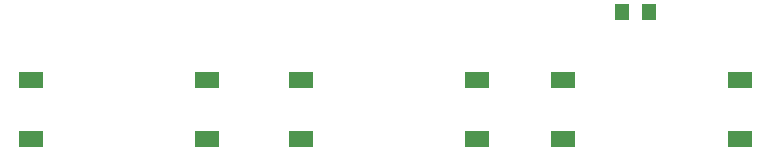
<source format=gbp>
G04*
G04 #@! TF.GenerationSoftware,Altium Limited,Altium Designer,20.2.6 (244)*
G04*
G04 Layer_Color=128*
%FSTAX24Y24*%
%MOIN*%
G70*
G04*
G04 #@! TF.SameCoordinates,210E5C92-376B-490F-B415-5E6AA8125FEF*
G04*
G04*
G04 #@! TF.FilePolarity,Positive*
G04*
G01*
G75*
%ADD76R,0.0827X0.0551*%
%ADD77R,0.0500X0.0550*%
D76*
X022101Y012D02*
D03*
X01621Y013968D02*
D03*
X022101D02*
D03*
X01621Y012D02*
D03*
X031101D02*
D03*
X02521Y013968D02*
D03*
X031101D02*
D03*
X02521Y012D02*
D03*
X039851D02*
D03*
X03396Y013968D02*
D03*
X039851D02*
D03*
X03396Y012D02*
D03*
D77*
X03681Y01625D02*
D03*
X03591D02*
D03*
M02*

</source>
